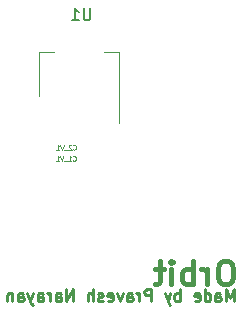
<source format=gbr>
%TF.GenerationSoftware,KiCad,Pcbnew,(5.1.6)-1*%
%TF.CreationDate,2020-08-01T22:19:46+05:30*%
%TF.ProjectId,first,66697273-742e-46b6-9963-61645f706362,rev?*%
%TF.SameCoordinates,Original*%
%TF.FileFunction,Legend,Bot*%
%TF.FilePolarity,Positive*%
%FSLAX46Y46*%
G04 Gerber Fmt 4.6, Leading zero omitted, Abs format (unit mm)*
G04 Created by KiCad (PCBNEW (5.1.6)-1) date 2020-08-01 22:19:46*
%MOMM*%
%LPD*%
G01*
G04 APERTURE LIST*
%ADD10C,0.250000*%
%ADD11C,0.400000*%
%ADD12C,0.120000*%
%ADD13C,0.100000*%
%ADD14C,0.150000*%
G04 APERTURE END LIST*
D10*
X57325238Y-64552380D02*
X57325238Y-63552380D01*
X56991904Y-64266666D01*
X56658571Y-63552380D01*
X56658571Y-64552380D01*
X55753809Y-64552380D02*
X55753809Y-64028571D01*
X55801428Y-63933333D01*
X55896666Y-63885714D01*
X56087142Y-63885714D01*
X56182380Y-63933333D01*
X55753809Y-64504761D02*
X55849047Y-64552380D01*
X56087142Y-64552380D01*
X56182380Y-64504761D01*
X56230000Y-64409523D01*
X56230000Y-64314285D01*
X56182380Y-64219047D01*
X56087142Y-64171428D01*
X55849047Y-64171428D01*
X55753809Y-64123809D01*
X54849047Y-64552380D02*
X54849047Y-63552380D01*
X54849047Y-64504761D02*
X54944285Y-64552380D01*
X55134761Y-64552380D01*
X55230000Y-64504761D01*
X55277619Y-64457142D01*
X55325238Y-64361904D01*
X55325238Y-64076190D01*
X55277619Y-63980952D01*
X55230000Y-63933333D01*
X55134761Y-63885714D01*
X54944285Y-63885714D01*
X54849047Y-63933333D01*
X53991904Y-64504761D02*
X54087142Y-64552380D01*
X54277619Y-64552380D01*
X54372857Y-64504761D01*
X54420476Y-64409523D01*
X54420476Y-64028571D01*
X54372857Y-63933333D01*
X54277619Y-63885714D01*
X54087142Y-63885714D01*
X53991904Y-63933333D01*
X53944285Y-64028571D01*
X53944285Y-64123809D01*
X54420476Y-64219047D01*
X52753809Y-64552380D02*
X52753809Y-63552380D01*
X52753809Y-63933333D02*
X52658571Y-63885714D01*
X52468095Y-63885714D01*
X52372857Y-63933333D01*
X52325238Y-63980952D01*
X52277619Y-64076190D01*
X52277619Y-64361904D01*
X52325238Y-64457142D01*
X52372857Y-64504761D01*
X52468095Y-64552380D01*
X52658571Y-64552380D01*
X52753809Y-64504761D01*
X51944285Y-63885714D02*
X51706190Y-64552380D01*
X51468095Y-63885714D02*
X51706190Y-64552380D01*
X51801428Y-64790476D01*
X51849047Y-64838095D01*
X51944285Y-64885714D01*
X50325238Y-64552380D02*
X50325238Y-63552380D01*
X49944285Y-63552380D01*
X49849047Y-63600000D01*
X49801428Y-63647619D01*
X49753809Y-63742857D01*
X49753809Y-63885714D01*
X49801428Y-63980952D01*
X49849047Y-64028571D01*
X49944285Y-64076190D01*
X50325238Y-64076190D01*
X49325238Y-64552380D02*
X49325238Y-63885714D01*
X49325238Y-64076190D02*
X49277619Y-63980952D01*
X49230000Y-63933333D01*
X49134761Y-63885714D01*
X49039523Y-63885714D01*
X48277619Y-64552380D02*
X48277619Y-64028571D01*
X48325238Y-63933333D01*
X48420476Y-63885714D01*
X48610952Y-63885714D01*
X48706190Y-63933333D01*
X48277619Y-64504761D02*
X48372857Y-64552380D01*
X48610952Y-64552380D01*
X48706190Y-64504761D01*
X48753809Y-64409523D01*
X48753809Y-64314285D01*
X48706190Y-64219047D01*
X48610952Y-64171428D01*
X48372857Y-64171428D01*
X48277619Y-64123809D01*
X47896666Y-63885714D02*
X47658571Y-64552380D01*
X47420476Y-63885714D01*
X46658571Y-64504761D02*
X46753809Y-64552380D01*
X46944285Y-64552380D01*
X47039523Y-64504761D01*
X47087142Y-64409523D01*
X47087142Y-64028571D01*
X47039523Y-63933333D01*
X46944285Y-63885714D01*
X46753809Y-63885714D01*
X46658571Y-63933333D01*
X46610952Y-64028571D01*
X46610952Y-64123809D01*
X47087142Y-64219047D01*
X46230000Y-64504761D02*
X46134761Y-64552380D01*
X45944285Y-64552380D01*
X45849047Y-64504761D01*
X45801428Y-64409523D01*
X45801428Y-64361904D01*
X45849047Y-64266666D01*
X45944285Y-64219047D01*
X46087142Y-64219047D01*
X46182380Y-64171428D01*
X46230000Y-64076190D01*
X46230000Y-64028571D01*
X46182380Y-63933333D01*
X46087142Y-63885714D01*
X45944285Y-63885714D01*
X45849047Y-63933333D01*
X45372857Y-64552380D02*
X45372857Y-63552380D01*
X44944285Y-64552380D02*
X44944285Y-64028571D01*
X44991904Y-63933333D01*
X45087142Y-63885714D01*
X45230000Y-63885714D01*
X45325238Y-63933333D01*
X45372857Y-63980952D01*
X43706190Y-64552380D02*
X43706190Y-63552380D01*
X43134761Y-64552380D01*
X43134761Y-63552380D01*
X42230000Y-64552380D02*
X42230000Y-64028571D01*
X42277619Y-63933333D01*
X42372857Y-63885714D01*
X42563333Y-63885714D01*
X42658571Y-63933333D01*
X42230000Y-64504761D02*
X42325238Y-64552380D01*
X42563333Y-64552380D01*
X42658571Y-64504761D01*
X42706190Y-64409523D01*
X42706190Y-64314285D01*
X42658571Y-64219047D01*
X42563333Y-64171428D01*
X42325238Y-64171428D01*
X42230000Y-64123809D01*
X41753809Y-64552380D02*
X41753809Y-63885714D01*
X41753809Y-64076190D02*
X41706190Y-63980952D01*
X41658571Y-63933333D01*
X41563333Y-63885714D01*
X41468095Y-63885714D01*
X40706190Y-64552380D02*
X40706190Y-64028571D01*
X40753809Y-63933333D01*
X40849047Y-63885714D01*
X41039523Y-63885714D01*
X41134761Y-63933333D01*
X40706190Y-64504761D02*
X40801428Y-64552380D01*
X41039523Y-64552380D01*
X41134761Y-64504761D01*
X41182380Y-64409523D01*
X41182380Y-64314285D01*
X41134761Y-64219047D01*
X41039523Y-64171428D01*
X40801428Y-64171428D01*
X40706190Y-64123809D01*
X40325238Y-63885714D02*
X40087142Y-64552380D01*
X39849047Y-63885714D02*
X40087142Y-64552380D01*
X40182380Y-64790476D01*
X40230000Y-64838095D01*
X40325238Y-64885714D01*
X39039523Y-64552380D02*
X39039523Y-64028571D01*
X39087142Y-63933333D01*
X39182380Y-63885714D01*
X39372857Y-63885714D01*
X39468095Y-63933333D01*
X39039523Y-64504761D02*
X39134761Y-64552380D01*
X39372857Y-64552380D01*
X39468095Y-64504761D01*
X39515714Y-64409523D01*
X39515714Y-64314285D01*
X39468095Y-64219047D01*
X39372857Y-64171428D01*
X39134761Y-64171428D01*
X39039523Y-64123809D01*
X38563333Y-63885714D02*
X38563333Y-64552380D01*
X38563333Y-63980952D02*
X38515714Y-63933333D01*
X38420476Y-63885714D01*
X38277619Y-63885714D01*
X38182380Y-63933333D01*
X38134761Y-64028571D01*
X38134761Y-64552380D01*
D11*
X56801904Y-61144761D02*
X56420952Y-61144761D01*
X56230476Y-61240000D01*
X56040000Y-61430476D01*
X55944761Y-61811428D01*
X55944761Y-62478095D01*
X56040000Y-62859047D01*
X56230476Y-63049523D01*
X56420952Y-63144761D01*
X56801904Y-63144761D01*
X56992380Y-63049523D01*
X57182857Y-62859047D01*
X57278095Y-62478095D01*
X57278095Y-61811428D01*
X57182857Y-61430476D01*
X56992380Y-61240000D01*
X56801904Y-61144761D01*
X55087619Y-63144761D02*
X55087619Y-61811428D01*
X55087619Y-62192380D02*
X54992380Y-62001904D01*
X54897142Y-61906666D01*
X54706666Y-61811428D01*
X54516190Y-61811428D01*
X53849523Y-63144761D02*
X53849523Y-61144761D01*
X53849523Y-61906666D02*
X53659047Y-61811428D01*
X53278095Y-61811428D01*
X53087619Y-61906666D01*
X52992380Y-62001904D01*
X52897142Y-62192380D01*
X52897142Y-62763809D01*
X52992380Y-62954285D01*
X53087619Y-63049523D01*
X53278095Y-63144761D01*
X53659047Y-63144761D01*
X53849523Y-63049523D01*
X52040000Y-63144761D02*
X52040000Y-61811428D01*
X52040000Y-61144761D02*
X52135238Y-61240000D01*
X52040000Y-61335238D01*
X51944761Y-61240000D01*
X52040000Y-61144761D01*
X52040000Y-61335238D01*
X51373333Y-61811428D02*
X50611428Y-61811428D01*
X51087619Y-61144761D02*
X51087619Y-62859047D01*
X50992380Y-63049523D01*
X50801904Y-63144761D01*
X50611428Y-63144761D01*
D12*
%TO.C,U1*%
X40810000Y-43440000D02*
X42070000Y-43440000D01*
X47630000Y-43440000D02*
X46370000Y-43440000D01*
X40810000Y-47200000D02*
X40810000Y-43440000D01*
X47630000Y-49450000D02*
X47630000Y-43440000D01*
%TO.C,C1_V1*%
D13*
X43690952Y-52632857D02*
X43710000Y-52651904D01*
X43767142Y-52670952D01*
X43805238Y-52670952D01*
X43862380Y-52651904D01*
X43900476Y-52613809D01*
X43919523Y-52575714D01*
X43938571Y-52499523D01*
X43938571Y-52442380D01*
X43919523Y-52366190D01*
X43900476Y-52328095D01*
X43862380Y-52290000D01*
X43805238Y-52270952D01*
X43767142Y-52270952D01*
X43710000Y-52290000D01*
X43690952Y-52309047D01*
X43310000Y-52670952D02*
X43538571Y-52670952D01*
X43424285Y-52670952D02*
X43424285Y-52270952D01*
X43462380Y-52328095D01*
X43500476Y-52366190D01*
X43538571Y-52385238D01*
X43233809Y-52709047D02*
X42929047Y-52709047D01*
X42890952Y-52270952D02*
X42757619Y-52670952D01*
X42624285Y-52270952D01*
X42281428Y-52670952D02*
X42510000Y-52670952D01*
X42395714Y-52670952D02*
X42395714Y-52270952D01*
X42433809Y-52328095D01*
X42471904Y-52366190D01*
X42510000Y-52385238D01*
%TO.C,C2_V1*%
X43710952Y-51692857D02*
X43730000Y-51711904D01*
X43787142Y-51730952D01*
X43825238Y-51730952D01*
X43882380Y-51711904D01*
X43920476Y-51673809D01*
X43939523Y-51635714D01*
X43958571Y-51559523D01*
X43958571Y-51502380D01*
X43939523Y-51426190D01*
X43920476Y-51388095D01*
X43882380Y-51350000D01*
X43825238Y-51330952D01*
X43787142Y-51330952D01*
X43730000Y-51350000D01*
X43710952Y-51369047D01*
X43558571Y-51369047D02*
X43539523Y-51350000D01*
X43501428Y-51330952D01*
X43406190Y-51330952D01*
X43368095Y-51350000D01*
X43349047Y-51369047D01*
X43330000Y-51407142D01*
X43330000Y-51445238D01*
X43349047Y-51502380D01*
X43577619Y-51730952D01*
X43330000Y-51730952D01*
X43253809Y-51769047D02*
X42949047Y-51769047D01*
X42910952Y-51330952D02*
X42777619Y-51730952D01*
X42644285Y-51330952D01*
X42301428Y-51730952D02*
X42530000Y-51730952D01*
X42415714Y-51730952D02*
X42415714Y-51330952D01*
X42453809Y-51388095D01*
X42491904Y-51426190D01*
X42530000Y-51445238D01*
%TO.C,U1*%
D14*
X45171904Y-39762380D02*
X45171904Y-40571904D01*
X45124285Y-40667142D01*
X45076666Y-40714761D01*
X44981428Y-40762380D01*
X44790952Y-40762380D01*
X44695714Y-40714761D01*
X44648095Y-40667142D01*
X44600476Y-40571904D01*
X44600476Y-39762380D01*
X43600476Y-40762380D02*
X44171904Y-40762380D01*
X43886190Y-40762380D02*
X43886190Y-39762380D01*
X43981428Y-39905238D01*
X44076666Y-40000476D01*
X44171904Y-40048095D01*
%TD*%
M02*

</source>
